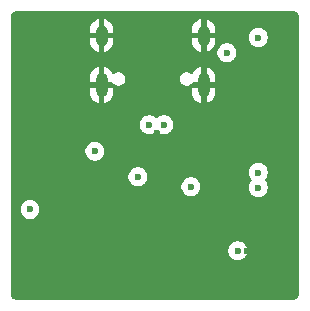
<source format=gbr>
%TF.GenerationSoftware,KiCad,Pcbnew,9.0.3*%
%TF.CreationDate,2025-11-04T08:52:20-05:00*%
%TF.ProjectId,JabChip,4a616243-6869-4702-9e6b-696361645f70,rev?*%
%TF.SameCoordinates,Original*%
%TF.FileFunction,Copper,L3,Inr*%
%TF.FilePolarity,Positive*%
%FSLAX46Y46*%
G04 Gerber Fmt 4.6, Leading zero omitted, Abs format (unit mm)*
G04 Created by KiCad (PCBNEW 9.0.3) date 2025-11-04 08:52:20*
%MOMM*%
%LPD*%
G01*
G04 APERTURE LIST*
%TA.AperFunction,HeatsinkPad*%
%ADD10O,1.000000X2.100000*%
%TD*%
%TA.AperFunction,HeatsinkPad*%
%ADD11O,1.000000X1.800000*%
%TD*%
%TA.AperFunction,ViaPad*%
%ADD12C,0.600000*%
%TD*%
G04 APERTURE END LIST*
D10*
%TO.N,GND*%
%TO.C,J1*%
X142750000Y-67940600D03*
D11*
X142750000Y-63760600D03*
D10*
X134110000Y-67940600D03*
D11*
X134110000Y-63760600D03*
%TD*%
D12*
%TO.N,+5V*%
X137195600Y-75722900D03*
X141681200Y-76555600D03*
X133553200Y-73549400D03*
%TO.N,GND*%
X136245600Y-76758800D03*
X146964400Y-62179200D03*
X138795200Y-71994616D03*
X140716000Y-77063600D03*
X144068800Y-76200000D03*
X148844000Y-75336400D03*
X146456400Y-81991200D03*
X148844000Y-76657200D03*
X137312400Y-69697600D03*
X142748000Y-70866000D03*
%TO.N,+3V3*%
X147383200Y-63929600D03*
%TO.N,/0*%
X128056600Y-78486000D03*
%TO.N,/EN*%
X144729200Y-65227200D03*
%TO.N,Piezo*%
X145643600Y-81991200D03*
%TO.N,D-*%
X139395200Y-71323200D03*
%TO.N,D+*%
X138153600Y-71323200D03*
%TO.N,SCL*%
X147383200Y-76629600D03*
%TO.N,SDA*%
X147383200Y-75359600D03*
%TD*%
%TA.AperFunction,Conductor*%
%TO.N,GND*%
G36*
X150244098Y-61670922D02*
G01*
X150303036Y-61670920D01*
X150316895Y-61671697D01*
X150410823Y-61682279D01*
X150437879Y-61688455D01*
X150520473Y-61717355D01*
X150545476Y-61729395D01*
X150619569Y-61775950D01*
X150641274Y-61793260D01*
X150703139Y-61855125D01*
X150720449Y-61876831D01*
X150767002Y-61950920D01*
X150779047Y-61975932D01*
X150807943Y-62058516D01*
X150814120Y-62085582D01*
X150824700Y-62179485D01*
X150825479Y-62193368D01*
X150825478Y-62256685D01*
X150825479Y-62256714D01*
X150825479Y-85575694D01*
X150825478Y-85575698D01*
X150825479Y-85608781D01*
X150825479Y-85634630D01*
X150824699Y-85648513D01*
X150814119Y-85742417D01*
X150807941Y-85769486D01*
X150779047Y-85852066D01*
X150766999Y-85877086D01*
X150720452Y-85951165D01*
X150703139Y-85972874D01*
X150641274Y-86034739D01*
X150619563Y-86052052D01*
X150545482Y-86098600D01*
X150520467Y-86110647D01*
X150437883Y-86139543D01*
X150410815Y-86145721D01*
X150316912Y-86156300D01*
X150303031Y-86157079D01*
X150252307Y-86157078D01*
X150244098Y-86157078D01*
X150244097Y-86157078D01*
X150235474Y-86157078D01*
X150235446Y-86157080D01*
X127030952Y-86157080D01*
X127022308Y-86157079D01*
X127022302Y-86157078D01*
X126980838Y-86157079D01*
X126963364Y-86157079D01*
X126963363Y-86157078D01*
X126949488Y-86156300D01*
X126855582Y-86145720D01*
X126828516Y-86139543D01*
X126787224Y-86125095D01*
X126745930Y-86110646D01*
X126720920Y-86098602D01*
X126646831Y-86052049D01*
X126625125Y-86034739D01*
X126563260Y-85972874D01*
X126545950Y-85951169D01*
X126499395Y-85877076D01*
X126487355Y-85852073D01*
X126458455Y-85769479D01*
X126452279Y-85742423D01*
X126441697Y-85648495D01*
X126440920Y-85634629D01*
X126440922Y-85575698D01*
X126440920Y-85575693D01*
X126440921Y-85568122D01*
X126440919Y-85568072D01*
X126440919Y-81912353D01*
X144843100Y-81912353D01*
X144843100Y-82070046D01*
X144873861Y-82224689D01*
X144873864Y-82224701D01*
X144934202Y-82370372D01*
X144934209Y-82370385D01*
X145021810Y-82501488D01*
X145021813Y-82501492D01*
X145133307Y-82612986D01*
X145133311Y-82612989D01*
X145264414Y-82700590D01*
X145264427Y-82700597D01*
X145410098Y-82760935D01*
X145410103Y-82760937D01*
X145564753Y-82791699D01*
X145564756Y-82791700D01*
X145564758Y-82791700D01*
X145722444Y-82791700D01*
X145722445Y-82791699D01*
X145877097Y-82760937D01*
X146022779Y-82700594D01*
X146153889Y-82612989D01*
X146265389Y-82501489D01*
X146352994Y-82370379D01*
X146413337Y-82224697D01*
X146444100Y-82070042D01*
X146444100Y-81912358D01*
X146444100Y-81912355D01*
X146444099Y-81912353D01*
X146413338Y-81757710D01*
X146413337Y-81757703D01*
X146413335Y-81757698D01*
X146352997Y-81612027D01*
X146352990Y-81612014D01*
X146265389Y-81480911D01*
X146265386Y-81480907D01*
X146153892Y-81369413D01*
X146153888Y-81369410D01*
X146022785Y-81281809D01*
X146022772Y-81281802D01*
X145877101Y-81221464D01*
X145877089Y-81221461D01*
X145722445Y-81190700D01*
X145722442Y-81190700D01*
X145564758Y-81190700D01*
X145564755Y-81190700D01*
X145410110Y-81221461D01*
X145410098Y-81221464D01*
X145264427Y-81281802D01*
X145264414Y-81281809D01*
X145133311Y-81369410D01*
X145133307Y-81369413D01*
X145021813Y-81480907D01*
X145021810Y-81480911D01*
X144934209Y-81612014D01*
X144934202Y-81612027D01*
X144873864Y-81757698D01*
X144873861Y-81757710D01*
X144843100Y-81912353D01*
X126440919Y-81912353D01*
X126440919Y-78407153D01*
X127256100Y-78407153D01*
X127256100Y-78564846D01*
X127286861Y-78719489D01*
X127286864Y-78719501D01*
X127347202Y-78865172D01*
X127347209Y-78865185D01*
X127434810Y-78996288D01*
X127434813Y-78996292D01*
X127546307Y-79107786D01*
X127546311Y-79107789D01*
X127677414Y-79195390D01*
X127677427Y-79195397D01*
X127823098Y-79255735D01*
X127823103Y-79255737D01*
X127977753Y-79286499D01*
X127977756Y-79286500D01*
X127977758Y-79286500D01*
X128135444Y-79286500D01*
X128135445Y-79286499D01*
X128290097Y-79255737D01*
X128435779Y-79195394D01*
X128566889Y-79107789D01*
X128678389Y-78996289D01*
X128765994Y-78865179D01*
X128826337Y-78719497D01*
X128857100Y-78564842D01*
X128857100Y-78407158D01*
X128857100Y-78407155D01*
X128857099Y-78407153D01*
X128826338Y-78252510D01*
X128826337Y-78252503D01*
X128826335Y-78252498D01*
X128765997Y-78106827D01*
X128765990Y-78106814D01*
X128678389Y-77975711D01*
X128678386Y-77975707D01*
X128566892Y-77864213D01*
X128566888Y-77864210D01*
X128435785Y-77776609D01*
X128435772Y-77776602D01*
X128290101Y-77716264D01*
X128290089Y-77716261D01*
X128135445Y-77685500D01*
X128135442Y-77685500D01*
X127977758Y-77685500D01*
X127977755Y-77685500D01*
X127823110Y-77716261D01*
X127823098Y-77716264D01*
X127677427Y-77776602D01*
X127677414Y-77776609D01*
X127546311Y-77864210D01*
X127546307Y-77864213D01*
X127434813Y-77975707D01*
X127434810Y-77975711D01*
X127347209Y-78106814D01*
X127347202Y-78106827D01*
X127286864Y-78252498D01*
X127286861Y-78252510D01*
X127256100Y-78407153D01*
X126440919Y-78407153D01*
X126440919Y-75644053D01*
X136395100Y-75644053D01*
X136395100Y-75801746D01*
X136425861Y-75956389D01*
X136425864Y-75956401D01*
X136486202Y-76102072D01*
X136486209Y-76102085D01*
X136573810Y-76233188D01*
X136573813Y-76233192D01*
X136685307Y-76344686D01*
X136685311Y-76344689D01*
X136816414Y-76432290D01*
X136816427Y-76432297D01*
X136923755Y-76476753D01*
X136962103Y-76492637D01*
X137116753Y-76523399D01*
X137116756Y-76523400D01*
X137116758Y-76523400D01*
X137274444Y-76523400D01*
X137274445Y-76523399D01*
X137429097Y-76492637D01*
X137467445Y-76476753D01*
X140880700Y-76476753D01*
X140880700Y-76634446D01*
X140911461Y-76789089D01*
X140911464Y-76789101D01*
X140971802Y-76934772D01*
X140971809Y-76934785D01*
X141059410Y-77065888D01*
X141059413Y-77065892D01*
X141170907Y-77177386D01*
X141170911Y-77177389D01*
X141302014Y-77264990D01*
X141302027Y-77264997D01*
X141447698Y-77325335D01*
X141447703Y-77325337D01*
X141602353Y-77356099D01*
X141602356Y-77356100D01*
X141602358Y-77356100D01*
X141760044Y-77356100D01*
X141760045Y-77356099D01*
X141914697Y-77325337D01*
X142060379Y-77264994D01*
X142191489Y-77177389D01*
X142302989Y-77065889D01*
X142390594Y-76934779D01*
X142450937Y-76789097D01*
X142481700Y-76634442D01*
X142481700Y-76476758D01*
X142481700Y-76476755D01*
X142481699Y-76476753D01*
X142472856Y-76432297D01*
X142450937Y-76322103D01*
X142414108Y-76233189D01*
X142390597Y-76176427D01*
X142390590Y-76176414D01*
X142302989Y-76045311D01*
X142302986Y-76045307D01*
X142191492Y-75933813D01*
X142191488Y-75933810D01*
X142060385Y-75846209D01*
X142060372Y-75846202D01*
X141914701Y-75785864D01*
X141914689Y-75785861D01*
X141760045Y-75755100D01*
X141760042Y-75755100D01*
X141602358Y-75755100D01*
X141602355Y-75755100D01*
X141447710Y-75785861D01*
X141447698Y-75785864D01*
X141302027Y-75846202D01*
X141302014Y-75846209D01*
X141170911Y-75933810D01*
X141170907Y-75933813D01*
X141059413Y-76045307D01*
X141059410Y-76045311D01*
X140971809Y-76176414D01*
X140971802Y-76176427D01*
X140911464Y-76322098D01*
X140911461Y-76322110D01*
X140880700Y-76476753D01*
X137467445Y-76476753D01*
X137574779Y-76432294D01*
X137574785Y-76432290D01*
X137671655Y-76367564D01*
X137687060Y-76357269D01*
X137705889Y-76344689D01*
X137817389Y-76233189D01*
X137904994Y-76102079D01*
X137965337Y-75956397D01*
X137996100Y-75801742D01*
X137996100Y-75644058D01*
X137996100Y-75644055D01*
X137996099Y-75644053D01*
X137985963Y-75593097D01*
X137965337Y-75489403D01*
X137944229Y-75438444D01*
X137904997Y-75343727D01*
X137904989Y-75343712D01*
X137904886Y-75343558D01*
X137904885Y-75343557D01*
X137862920Y-75280753D01*
X146582700Y-75280753D01*
X146582700Y-75438446D01*
X146613461Y-75593089D01*
X146613464Y-75593101D01*
X146673802Y-75738772D01*
X146673809Y-75738785D01*
X146761410Y-75869888D01*
X146761413Y-75869892D01*
X146798440Y-75906919D01*
X146831925Y-75968242D01*
X146826941Y-76037934D01*
X146798440Y-76082281D01*
X146761413Y-76119307D01*
X146761410Y-76119311D01*
X146673809Y-76250414D01*
X146673802Y-76250427D01*
X146613464Y-76396098D01*
X146613461Y-76396110D01*
X146582700Y-76550753D01*
X146582700Y-76708446D01*
X146613461Y-76863089D01*
X146613464Y-76863101D01*
X146673802Y-77008772D01*
X146673809Y-77008785D01*
X146761410Y-77139888D01*
X146761413Y-77139892D01*
X146872907Y-77251386D01*
X146872911Y-77251389D01*
X147004014Y-77338990D01*
X147004027Y-77338997D01*
X147149698Y-77399335D01*
X147149703Y-77399337D01*
X147304353Y-77430099D01*
X147304356Y-77430100D01*
X147304358Y-77430100D01*
X147462044Y-77430100D01*
X147462045Y-77430099D01*
X147616697Y-77399337D01*
X147762379Y-77338994D01*
X147893489Y-77251389D01*
X148004989Y-77139889D01*
X148092594Y-77008779D01*
X148152937Y-76863097D01*
X148183700Y-76708442D01*
X148183700Y-76550758D01*
X148183700Y-76550755D01*
X148183699Y-76550753D01*
X148172139Y-76492637D01*
X148152937Y-76396103D01*
X148131640Y-76344686D01*
X148092597Y-76250427D01*
X148092590Y-76250414D01*
X148004989Y-76119311D01*
X148004986Y-76119307D01*
X147967960Y-76082281D01*
X147934475Y-76020958D01*
X147939459Y-75951266D01*
X147967960Y-75906919D01*
X148004986Y-75869892D01*
X148004989Y-75869889D01*
X148092594Y-75738779D01*
X148152937Y-75593097D01*
X148183700Y-75438442D01*
X148183700Y-75280758D01*
X148183700Y-75280755D01*
X148183699Y-75280753D01*
X148152937Y-75126103D01*
X148142585Y-75101110D01*
X148092597Y-74980427D01*
X148092590Y-74980414D01*
X148004989Y-74849311D01*
X148004986Y-74849307D01*
X147893492Y-74737813D01*
X147893488Y-74737810D01*
X147762385Y-74650209D01*
X147762372Y-74650202D01*
X147616701Y-74589864D01*
X147616689Y-74589861D01*
X147462045Y-74559100D01*
X147462042Y-74559100D01*
X147304358Y-74559100D01*
X147304355Y-74559100D01*
X147149710Y-74589861D01*
X147149698Y-74589864D01*
X147004027Y-74650202D01*
X147004014Y-74650209D01*
X146872911Y-74737810D01*
X146872907Y-74737813D01*
X146761413Y-74849307D01*
X146761410Y-74849311D01*
X146673809Y-74980414D01*
X146673802Y-74980427D01*
X146613464Y-75126098D01*
X146613461Y-75126110D01*
X146582700Y-75280753D01*
X137862920Y-75280753D01*
X137817389Y-75212611D01*
X137817386Y-75212607D01*
X137705892Y-75101113D01*
X137705888Y-75101110D01*
X137574785Y-75013509D01*
X137574772Y-75013502D01*
X137429101Y-74953164D01*
X137429089Y-74953161D01*
X137274445Y-74922400D01*
X137274442Y-74922400D01*
X137116758Y-74922400D01*
X137116755Y-74922400D01*
X136962110Y-74953161D01*
X136962098Y-74953164D01*
X136816427Y-75013502D01*
X136816414Y-75013509D01*
X136685311Y-75101110D01*
X136685307Y-75101113D01*
X136573813Y-75212607D01*
X136573810Y-75212611D01*
X136486209Y-75343714D01*
X136486202Y-75343727D01*
X136425864Y-75489398D01*
X136425861Y-75489410D01*
X136395100Y-75644053D01*
X126440919Y-75644053D01*
X126440919Y-73470553D01*
X132752700Y-73470553D01*
X132752700Y-73628246D01*
X132783461Y-73782889D01*
X132783464Y-73782901D01*
X132843802Y-73928572D01*
X132843809Y-73928585D01*
X132931410Y-74059688D01*
X132931413Y-74059692D01*
X133042907Y-74171186D01*
X133042911Y-74171189D01*
X133174014Y-74258790D01*
X133174027Y-74258797D01*
X133319698Y-74319135D01*
X133319703Y-74319137D01*
X133474353Y-74349899D01*
X133474356Y-74349900D01*
X133474358Y-74349900D01*
X133632044Y-74349900D01*
X133632045Y-74349899D01*
X133786697Y-74319137D01*
X133932379Y-74258794D01*
X134063489Y-74171189D01*
X134174989Y-74059689D01*
X134262594Y-73928579D01*
X134322937Y-73782897D01*
X134353700Y-73628242D01*
X134353700Y-73470558D01*
X134353700Y-73470555D01*
X134353699Y-73470553D01*
X134322938Y-73315910D01*
X134322937Y-73315903D01*
X134322935Y-73315898D01*
X134262597Y-73170227D01*
X134262590Y-73170214D01*
X134174989Y-73039111D01*
X134174986Y-73039107D01*
X134063492Y-72927613D01*
X134063488Y-72927610D01*
X133932385Y-72840009D01*
X133932372Y-72840002D01*
X133786701Y-72779664D01*
X133786689Y-72779661D01*
X133632045Y-72748900D01*
X133632042Y-72748900D01*
X133474358Y-72748900D01*
X133474355Y-72748900D01*
X133319710Y-72779661D01*
X133319698Y-72779664D01*
X133174027Y-72840002D01*
X133174014Y-72840009D01*
X133042911Y-72927610D01*
X133042907Y-72927613D01*
X132931413Y-73039107D01*
X132931410Y-73039111D01*
X132843809Y-73170214D01*
X132843802Y-73170227D01*
X132783464Y-73315898D01*
X132783461Y-73315910D01*
X132752700Y-73470553D01*
X126440919Y-73470553D01*
X126440919Y-71244353D01*
X137353100Y-71244353D01*
X137353100Y-71402046D01*
X137383861Y-71556689D01*
X137383864Y-71556701D01*
X137444202Y-71702372D01*
X137444209Y-71702385D01*
X137531810Y-71833488D01*
X137531813Y-71833492D01*
X137643307Y-71944986D01*
X137643311Y-71944989D01*
X137774414Y-72032590D01*
X137774427Y-72032597D01*
X137920098Y-72092935D01*
X137920103Y-72092937D01*
X138074753Y-72123699D01*
X138074756Y-72123700D01*
X138074758Y-72123700D01*
X138232444Y-72123700D01*
X138232445Y-72123699D01*
X138387097Y-72092937D01*
X138532779Y-72032594D01*
X138663889Y-71944989D01*
X138686719Y-71922158D01*
X138748040Y-71888674D01*
X138817731Y-71893657D01*
X138862080Y-71922158D01*
X138884908Y-71944986D01*
X138884912Y-71944990D01*
X139016014Y-72032590D01*
X139016027Y-72032597D01*
X139161698Y-72092935D01*
X139161703Y-72092937D01*
X139316353Y-72123699D01*
X139316356Y-72123700D01*
X139316358Y-72123700D01*
X139474044Y-72123700D01*
X139474045Y-72123699D01*
X139628697Y-72092937D01*
X139774379Y-72032594D01*
X139905489Y-71944989D01*
X140016989Y-71833489D01*
X140104594Y-71702379D01*
X140164937Y-71556697D01*
X140195700Y-71402042D01*
X140195700Y-71244358D01*
X140195700Y-71244355D01*
X140195699Y-71244353D01*
X140164938Y-71089710D01*
X140164937Y-71089703D01*
X140164935Y-71089698D01*
X140104597Y-70944027D01*
X140104590Y-70944014D01*
X140016989Y-70812911D01*
X140016986Y-70812907D01*
X139905492Y-70701413D01*
X139905488Y-70701410D01*
X139774385Y-70613809D01*
X139774372Y-70613802D01*
X139628701Y-70553464D01*
X139628689Y-70553461D01*
X139474045Y-70522700D01*
X139474042Y-70522700D01*
X139316358Y-70522700D01*
X139316355Y-70522700D01*
X139161710Y-70553461D01*
X139161698Y-70553464D01*
X139016027Y-70613802D01*
X139016014Y-70613809D01*
X138884911Y-70701410D01*
X138884907Y-70701413D01*
X138862081Y-70724240D01*
X138800758Y-70757725D01*
X138731066Y-70752741D01*
X138686719Y-70724240D01*
X138663892Y-70701413D01*
X138663888Y-70701410D01*
X138532785Y-70613809D01*
X138532772Y-70613802D01*
X138387101Y-70553464D01*
X138387089Y-70553461D01*
X138232445Y-70522700D01*
X138232442Y-70522700D01*
X138074758Y-70522700D01*
X138074755Y-70522700D01*
X137920110Y-70553461D01*
X137920098Y-70553464D01*
X137774427Y-70613802D01*
X137774414Y-70613809D01*
X137643311Y-70701410D01*
X137643307Y-70701413D01*
X137531813Y-70812907D01*
X137531810Y-70812911D01*
X137444209Y-70944014D01*
X137444202Y-70944027D01*
X137383864Y-71089698D01*
X137383861Y-71089710D01*
X137353100Y-71244353D01*
X126440919Y-71244353D01*
X126440919Y-67292104D01*
X133110000Y-67292104D01*
X133110000Y-67690600D01*
X133810000Y-67690600D01*
X133810000Y-68190600D01*
X133110000Y-68190600D01*
X133110000Y-68589095D01*
X133148427Y-68782281D01*
X133148430Y-68782293D01*
X133223807Y-68964271D01*
X133223814Y-68964284D01*
X133333248Y-69128062D01*
X133333251Y-69128066D01*
X133472533Y-69267348D01*
X133472537Y-69267351D01*
X133636315Y-69376785D01*
X133636328Y-69376792D01*
X133818308Y-69452169D01*
X133860000Y-69460462D01*
X133860000Y-68657588D01*
X133869940Y-68674805D01*
X133925795Y-68730660D01*
X133994204Y-68770156D01*
X134070504Y-68790600D01*
X134149496Y-68790600D01*
X134225796Y-68770156D01*
X134294205Y-68730660D01*
X134350060Y-68674805D01*
X134360000Y-68657588D01*
X134360000Y-69460462D01*
X134401690Y-69452169D01*
X134401692Y-69452169D01*
X134583671Y-69376792D01*
X134583684Y-69376785D01*
X134747462Y-69267351D01*
X134747466Y-69267348D01*
X134886748Y-69128066D01*
X134886751Y-69128062D01*
X134996185Y-68964284D01*
X134996192Y-68964271D01*
X135071569Y-68782293D01*
X135071572Y-68782281D01*
X135109999Y-68589095D01*
X135110000Y-68589092D01*
X135110000Y-68190600D01*
X134410000Y-68190600D01*
X134410000Y-67690600D01*
X134948216Y-67690600D01*
X135015255Y-67710285D01*
X135055602Y-67752599D01*
X135079485Y-67793965D01*
X135186635Y-67901115D01*
X135317865Y-67976881D01*
X135464234Y-68016100D01*
X135464236Y-68016100D01*
X135615764Y-68016100D01*
X135615766Y-68016100D01*
X135762135Y-67976881D01*
X135893365Y-67901115D01*
X136000515Y-67793965D01*
X136076281Y-67662735D01*
X136115500Y-67516366D01*
X136115500Y-67364834D01*
X140744500Y-67364834D01*
X140744500Y-67516365D01*
X140783719Y-67662736D01*
X140799807Y-67690600D01*
X140859485Y-67793965D01*
X140966635Y-67901115D01*
X141097865Y-67976881D01*
X141244234Y-68016100D01*
X141244236Y-68016100D01*
X141395763Y-68016100D01*
X141395766Y-68016100D01*
X141542135Y-67976881D01*
X141673365Y-67901115D01*
X141780515Y-67793965D01*
X141804397Y-67752599D01*
X141854964Y-67704384D01*
X141911784Y-67690600D01*
X142450000Y-67690600D01*
X142450000Y-68190600D01*
X141750000Y-68190600D01*
X141750000Y-68589095D01*
X141788427Y-68782281D01*
X141788430Y-68782293D01*
X141863807Y-68964271D01*
X141863814Y-68964284D01*
X141973248Y-69128062D01*
X141973251Y-69128066D01*
X142112533Y-69267348D01*
X142112537Y-69267351D01*
X142276315Y-69376785D01*
X142276328Y-69376792D01*
X142458308Y-69452169D01*
X142500000Y-69460462D01*
X142500000Y-68657588D01*
X142509940Y-68674805D01*
X142565795Y-68730660D01*
X142634204Y-68770156D01*
X142710504Y-68790600D01*
X142789496Y-68790600D01*
X142865796Y-68770156D01*
X142934205Y-68730660D01*
X142990060Y-68674805D01*
X143000000Y-68657588D01*
X143000000Y-69460462D01*
X143041690Y-69452169D01*
X143041692Y-69452169D01*
X143223671Y-69376792D01*
X143223684Y-69376785D01*
X143387462Y-69267351D01*
X143387466Y-69267348D01*
X143526748Y-69128066D01*
X143526751Y-69128062D01*
X143636185Y-68964284D01*
X143636192Y-68964271D01*
X143711569Y-68782293D01*
X143711572Y-68782281D01*
X143749999Y-68589095D01*
X143750000Y-68589092D01*
X143750000Y-68190600D01*
X143050000Y-68190600D01*
X143050000Y-67690600D01*
X143750000Y-67690600D01*
X143750000Y-67292108D01*
X143749999Y-67292104D01*
X143711572Y-67098918D01*
X143711569Y-67098906D01*
X143636192Y-66916928D01*
X143636185Y-66916915D01*
X143526751Y-66753137D01*
X143526748Y-66753133D01*
X143387466Y-66613851D01*
X143387462Y-66613848D01*
X143223684Y-66504414D01*
X143223671Y-66504407D01*
X143041691Y-66429029D01*
X143041683Y-66429027D01*
X143000000Y-66420735D01*
X143000000Y-67223611D01*
X142990060Y-67206395D01*
X142934205Y-67150540D01*
X142865796Y-67111044D01*
X142789496Y-67090600D01*
X142710504Y-67090600D01*
X142634204Y-67111044D01*
X142565795Y-67150540D01*
X142509940Y-67206395D01*
X142500000Y-67223611D01*
X142500000Y-66420736D01*
X142499999Y-66420735D01*
X142458316Y-66429027D01*
X142458308Y-66429029D01*
X142276328Y-66504407D01*
X142276315Y-66504414D01*
X142112537Y-66613848D01*
X142112533Y-66613851D01*
X141973251Y-66753133D01*
X141973248Y-66753137D01*
X141863814Y-66916915D01*
X141863809Y-66916924D01*
X141859866Y-66926445D01*
X141816023Y-66980847D01*
X141749728Y-67002910D01*
X141682030Y-66985629D01*
X141676597Y-66981951D01*
X141542136Y-66904319D01*
X141468950Y-66884709D01*
X141395766Y-66865100D01*
X141244234Y-66865100D01*
X141097863Y-66904319D01*
X140966635Y-66980085D01*
X140966632Y-66980087D01*
X140859487Y-67087232D01*
X140859485Y-67087235D01*
X140783719Y-67218463D01*
X140744500Y-67364834D01*
X136115500Y-67364834D01*
X136076281Y-67218465D01*
X136000515Y-67087235D01*
X135893365Y-66980085D01*
X135823406Y-66939694D01*
X135762136Y-66904319D01*
X135688950Y-66884709D01*
X135615766Y-66865100D01*
X135464234Y-66865100D01*
X135317863Y-66904319D01*
X135226428Y-66957110D01*
X135186635Y-66980085D01*
X135186633Y-66980086D01*
X135179597Y-66984149D01*
X135178327Y-66981949D01*
X135124995Y-67002560D01*
X135056552Y-66988514D01*
X135006568Y-66939694D01*
X135000131Y-66926438D01*
X134996192Y-66916928D01*
X134996185Y-66916915D01*
X134886751Y-66753137D01*
X134886748Y-66753133D01*
X134747466Y-66613851D01*
X134747462Y-66613848D01*
X134583684Y-66504414D01*
X134583671Y-66504407D01*
X134401691Y-66429029D01*
X134401683Y-66429027D01*
X134360000Y-66420735D01*
X134360000Y-67223611D01*
X134350060Y-67206395D01*
X134294205Y-67150540D01*
X134225796Y-67111044D01*
X134149496Y-67090600D01*
X134070504Y-67090600D01*
X133994204Y-67111044D01*
X133925795Y-67150540D01*
X133869940Y-67206395D01*
X133860000Y-67223611D01*
X133860000Y-66420736D01*
X133859999Y-66420735D01*
X133818316Y-66429027D01*
X133818308Y-66429029D01*
X133636328Y-66504407D01*
X133636315Y-66504414D01*
X133472537Y-66613848D01*
X133472533Y-66613851D01*
X133333251Y-66753133D01*
X133333248Y-66753137D01*
X133223814Y-66916915D01*
X133223807Y-66916928D01*
X133148430Y-67098906D01*
X133148427Y-67098918D01*
X133110000Y-67292104D01*
X126440919Y-67292104D01*
X126440919Y-65148353D01*
X143928700Y-65148353D01*
X143928700Y-65306046D01*
X143959461Y-65460689D01*
X143959464Y-65460701D01*
X144019802Y-65606372D01*
X144019809Y-65606385D01*
X144107410Y-65737488D01*
X144107413Y-65737492D01*
X144218907Y-65848986D01*
X144218911Y-65848989D01*
X144350014Y-65936590D01*
X144350027Y-65936597D01*
X144495698Y-65996935D01*
X144495703Y-65996937D01*
X144650353Y-66027699D01*
X144650356Y-66027700D01*
X144650358Y-66027700D01*
X144808044Y-66027700D01*
X144808045Y-66027699D01*
X144962697Y-65996937D01*
X145108379Y-65936594D01*
X145239489Y-65848989D01*
X145350989Y-65737489D01*
X145438594Y-65606379D01*
X145498937Y-65460697D01*
X145529700Y-65306042D01*
X145529700Y-65148358D01*
X145529700Y-65148355D01*
X145529699Y-65148353D01*
X145509496Y-65046786D01*
X145498937Y-64993703D01*
X145498935Y-64993698D01*
X145438597Y-64848027D01*
X145438590Y-64848014D01*
X145350989Y-64716911D01*
X145350986Y-64716907D01*
X145239492Y-64605413D01*
X145239488Y-64605410D01*
X145108385Y-64517809D01*
X145108372Y-64517802D01*
X144962701Y-64457464D01*
X144962689Y-64457461D01*
X144808045Y-64426700D01*
X144808042Y-64426700D01*
X144650358Y-64426700D01*
X144650355Y-64426700D01*
X144495710Y-64457461D01*
X144495698Y-64457464D01*
X144350027Y-64517802D01*
X144350014Y-64517809D01*
X144218911Y-64605410D01*
X144218907Y-64605413D01*
X144107413Y-64716907D01*
X144107410Y-64716911D01*
X144019809Y-64848014D01*
X144019802Y-64848027D01*
X143959464Y-64993698D01*
X143959461Y-64993710D01*
X143928700Y-65148353D01*
X126440919Y-65148353D01*
X126440919Y-63262104D01*
X133110000Y-63262104D01*
X133110000Y-63510600D01*
X133810000Y-63510600D01*
X133810000Y-64010600D01*
X133110000Y-64010600D01*
X133110000Y-64259095D01*
X133148427Y-64452281D01*
X133148430Y-64452293D01*
X133223807Y-64634271D01*
X133223814Y-64634284D01*
X133333248Y-64798062D01*
X133333251Y-64798066D01*
X133472533Y-64937348D01*
X133472537Y-64937351D01*
X133636315Y-65046785D01*
X133636328Y-65046792D01*
X133818308Y-65122169D01*
X133860000Y-65130462D01*
X133860000Y-64327588D01*
X133869940Y-64344805D01*
X133925795Y-64400660D01*
X133994204Y-64440156D01*
X134070504Y-64460600D01*
X134149496Y-64460600D01*
X134225796Y-64440156D01*
X134294205Y-64400660D01*
X134350060Y-64344805D01*
X134360000Y-64327588D01*
X134360000Y-65130462D01*
X134401690Y-65122169D01*
X134401692Y-65122169D01*
X134583671Y-65046792D01*
X134583684Y-65046785D01*
X134747462Y-64937351D01*
X134747466Y-64937348D01*
X134886748Y-64798066D01*
X134886751Y-64798062D01*
X134996185Y-64634284D01*
X134996192Y-64634271D01*
X135071569Y-64452293D01*
X135071572Y-64452281D01*
X135109999Y-64259095D01*
X135110000Y-64259092D01*
X135110000Y-64010600D01*
X134410000Y-64010600D01*
X134410000Y-63510600D01*
X135110000Y-63510600D01*
X135110000Y-63262108D01*
X135109999Y-63262104D01*
X141750000Y-63262104D01*
X141750000Y-63510600D01*
X142450000Y-63510600D01*
X142450000Y-64010600D01*
X141750000Y-64010600D01*
X141750000Y-64259095D01*
X141788427Y-64452281D01*
X141788430Y-64452293D01*
X141863807Y-64634271D01*
X141863814Y-64634284D01*
X141973248Y-64798062D01*
X141973251Y-64798066D01*
X142112533Y-64937348D01*
X142112537Y-64937351D01*
X142276315Y-65046785D01*
X142276328Y-65046792D01*
X142458308Y-65122169D01*
X142500000Y-65130462D01*
X142500000Y-64327588D01*
X142509940Y-64344805D01*
X142565795Y-64400660D01*
X142634204Y-64440156D01*
X142710504Y-64460600D01*
X142789496Y-64460600D01*
X142865796Y-64440156D01*
X142934205Y-64400660D01*
X142990060Y-64344805D01*
X143000000Y-64327588D01*
X143000000Y-65130462D01*
X143041690Y-65122169D01*
X143041692Y-65122169D01*
X143223671Y-65046792D01*
X143223682Y-65046786D01*
X143235092Y-65039163D01*
X143235092Y-65039162D01*
X143387462Y-64937351D01*
X143387466Y-64937348D01*
X143526748Y-64798066D01*
X143526751Y-64798062D01*
X143636185Y-64634284D01*
X143636192Y-64634271D01*
X143711569Y-64452293D01*
X143711572Y-64452281D01*
X143749999Y-64259095D01*
X143750000Y-64259092D01*
X143750000Y-64010600D01*
X143050000Y-64010600D01*
X143050000Y-63850753D01*
X146582700Y-63850753D01*
X146582700Y-64008446D01*
X146613461Y-64163089D01*
X146613464Y-64163101D01*
X146673802Y-64308772D01*
X146673809Y-64308785D01*
X146761410Y-64439888D01*
X146761413Y-64439892D01*
X146872907Y-64551386D01*
X146872911Y-64551389D01*
X147004014Y-64638990D01*
X147004027Y-64638997D01*
X147149698Y-64699335D01*
X147149703Y-64699337D01*
X147304353Y-64730099D01*
X147304356Y-64730100D01*
X147304358Y-64730100D01*
X147462044Y-64730100D01*
X147462045Y-64730099D01*
X147616697Y-64699337D01*
X147762379Y-64638994D01*
X147893489Y-64551389D01*
X148004989Y-64439889D01*
X148092594Y-64308779D01*
X148152937Y-64163097D01*
X148183700Y-64008442D01*
X148183700Y-63850758D01*
X148183700Y-63850755D01*
X148183699Y-63850753D01*
X148152938Y-63696110D01*
X148152937Y-63696103D01*
X148152935Y-63696098D01*
X148092597Y-63550427D01*
X148092590Y-63550414D01*
X148004989Y-63419311D01*
X148004986Y-63419307D01*
X147893492Y-63307813D01*
X147893488Y-63307810D01*
X147762385Y-63220209D01*
X147762372Y-63220202D01*
X147616701Y-63159864D01*
X147616689Y-63159861D01*
X147462045Y-63129100D01*
X147462042Y-63129100D01*
X147304358Y-63129100D01*
X147304355Y-63129100D01*
X147149710Y-63159861D01*
X147149698Y-63159864D01*
X147004027Y-63220202D01*
X147004014Y-63220209D01*
X146872911Y-63307810D01*
X146872907Y-63307813D01*
X146761413Y-63419307D01*
X146761410Y-63419311D01*
X146673809Y-63550414D01*
X146673802Y-63550427D01*
X146613464Y-63696098D01*
X146613461Y-63696110D01*
X146582700Y-63850753D01*
X143050000Y-63850753D01*
X143050000Y-63510600D01*
X143750000Y-63510600D01*
X143750000Y-63262108D01*
X143749999Y-63262104D01*
X143711572Y-63068918D01*
X143711569Y-63068906D01*
X143636192Y-62886928D01*
X143636185Y-62886915D01*
X143526751Y-62723137D01*
X143526748Y-62723133D01*
X143387466Y-62583851D01*
X143387462Y-62583848D01*
X143223684Y-62474414D01*
X143223671Y-62474407D01*
X143041691Y-62399029D01*
X143041683Y-62399027D01*
X143000000Y-62390735D01*
X143000000Y-63193611D01*
X142990060Y-63176395D01*
X142934205Y-63120540D01*
X142865796Y-63081044D01*
X142789496Y-63060600D01*
X142710504Y-63060600D01*
X142634204Y-63081044D01*
X142565795Y-63120540D01*
X142509940Y-63176395D01*
X142500000Y-63193611D01*
X142500000Y-62390736D01*
X142499999Y-62390735D01*
X142458316Y-62399027D01*
X142458308Y-62399029D01*
X142276328Y-62474407D01*
X142276315Y-62474414D01*
X142112537Y-62583848D01*
X142112533Y-62583851D01*
X141973251Y-62723133D01*
X141973248Y-62723137D01*
X141863814Y-62886915D01*
X141863807Y-62886928D01*
X141788430Y-63068906D01*
X141788427Y-63068918D01*
X141750000Y-63262104D01*
X135109999Y-63262104D01*
X135071572Y-63068918D01*
X135071569Y-63068906D01*
X134996192Y-62886928D01*
X134996185Y-62886915D01*
X134886751Y-62723137D01*
X134886748Y-62723133D01*
X134747466Y-62583851D01*
X134747462Y-62583848D01*
X134583684Y-62474414D01*
X134583671Y-62474407D01*
X134401691Y-62399029D01*
X134401683Y-62399027D01*
X134360000Y-62390735D01*
X134360000Y-63193611D01*
X134350060Y-63176395D01*
X134294205Y-63120540D01*
X134225796Y-63081044D01*
X134149496Y-63060600D01*
X134070504Y-63060600D01*
X133994204Y-63081044D01*
X133925795Y-63120540D01*
X133869940Y-63176395D01*
X133860000Y-63193611D01*
X133860000Y-62390736D01*
X133859999Y-62390735D01*
X133818316Y-62399027D01*
X133818308Y-62399029D01*
X133636328Y-62474407D01*
X133636315Y-62474414D01*
X133472537Y-62583848D01*
X133472533Y-62583851D01*
X133333251Y-62723133D01*
X133333248Y-62723137D01*
X133223814Y-62886915D01*
X133223807Y-62886928D01*
X133148430Y-63068906D01*
X133148427Y-63068918D01*
X133110000Y-63262104D01*
X126440919Y-63262104D01*
X126440919Y-62264906D01*
X126440919Y-62252308D01*
X126440922Y-62252302D01*
X126440920Y-62193358D01*
X126441697Y-62179505D01*
X126452280Y-62085574D01*
X126458454Y-62058522D01*
X126487356Y-61975923D01*
X126499393Y-61950927D01*
X126545953Y-61876825D01*
X126563256Y-61855129D01*
X126625129Y-61793256D01*
X126646825Y-61775953D01*
X126720927Y-61729393D01*
X126745923Y-61717356D01*
X126828522Y-61688454D01*
X126855574Y-61682280D01*
X126949505Y-61671697D01*
X126963366Y-61670920D01*
X127022302Y-61670922D01*
X127022305Y-61670920D01*
X127030925Y-61670921D01*
X127030954Y-61670920D01*
X150244091Y-61670920D01*
X150244098Y-61670922D01*
G37*
%TD.AperFunction*%
%TD*%
M02*

</source>
